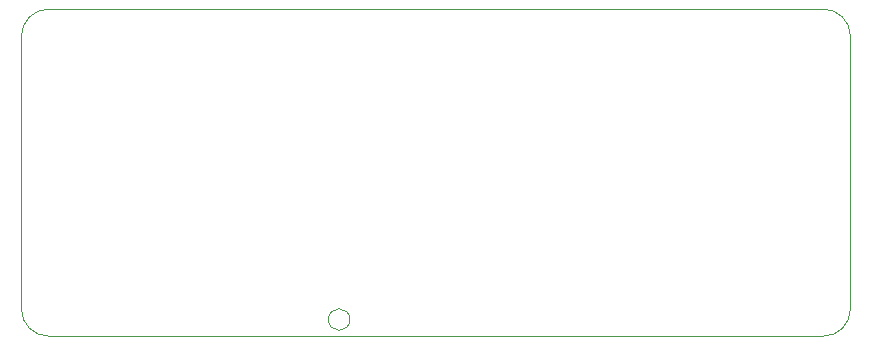
<source format=gbr>
G04 #@! TF.GenerationSoftware,KiCad,Pcbnew,(5.1.9-0-10_14)*
G04 #@! TF.CreationDate,2021-03-28T22:25:10+02:00*
G04 #@! TF.ProjectId,HB-ES-PMSw1-USB,48422d45-532d-4504-9d53-77312d555342,rev?*
G04 #@! TF.SameCoordinates,Original*
G04 #@! TF.FileFunction,Profile,NP*
%FSLAX46Y46*%
G04 Gerber Fmt 4.6, Leading zero omitted, Abs format (unit mm)*
G04 Created by KiCad (PCBNEW (5.1.9-0-10_14)) date 2021-03-28 22:25:10*
%MOMM*%
%LPD*%
G01*
G04 APERTURE LIST*
G04 #@! TA.AperFunction,Profile*
%ADD10C,0.100000*%
G04 #@! TD*
G04 APERTURE END LIST*
D10*
X97600000Y-59400000D02*
G75*
G02*
X95299999Y-61700001I-2300001J0D01*
G01*
X95299999Y-33999999D02*
G75*
G02*
X97600000Y-36300000I0J-2300001D01*
G01*
X27400000Y-36300000D02*
G75*
G02*
X29700001Y-33999999I2300001J0D01*
G01*
X29700000Y-61700001D02*
G75*
G02*
X27399999Y-59400000I0J2300001D01*
G01*
X97600000Y-59400000D02*
X97600000Y-36300000D01*
X55211210Y-60288790D02*
G75*
G03*
X55211210Y-60288790I-911210J0D01*
G01*
X29700000Y-61700001D02*
X95299999Y-61700001D01*
X27400000Y-36300000D02*
X27399999Y-59400000D01*
X95299999Y-33999999D02*
X29700001Y-33999999D01*
M02*

</source>
